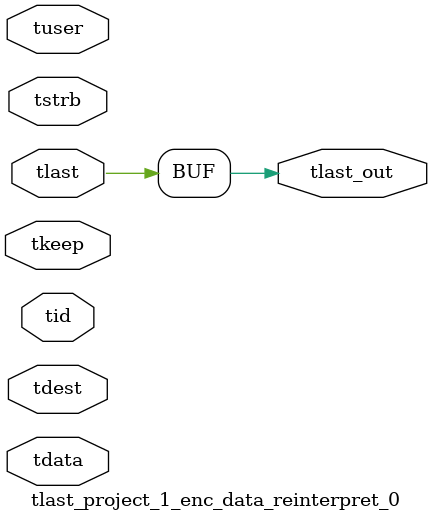
<source format=v>


`timescale 1ps/1ps

module tlast_project_1_enc_data_reinterpret_0 #
(
parameter C_S_AXIS_TID_WIDTH   = 1,
parameter C_S_AXIS_TUSER_WIDTH = 0,
parameter C_S_AXIS_TDATA_WIDTH = 0,
parameter C_S_AXIS_TDEST_WIDTH = 0
)
(
input  [(C_S_AXIS_TID_WIDTH   == 0 ? 1 : C_S_AXIS_TID_WIDTH)-1:0       ] tid,
input  [(C_S_AXIS_TDATA_WIDTH == 0 ? 1 : C_S_AXIS_TDATA_WIDTH)-1:0     ] tdata,
input  [(C_S_AXIS_TUSER_WIDTH == 0 ? 1 : C_S_AXIS_TUSER_WIDTH)-1:0     ] tuser,
input  [(C_S_AXIS_TDEST_WIDTH == 0 ? 1 : C_S_AXIS_TDEST_WIDTH)-1:0     ] tdest,
input  [(C_S_AXIS_TDATA_WIDTH/8)-1:0 ] tkeep,
input  [(C_S_AXIS_TDATA_WIDTH/8)-1:0 ] tstrb,
input  [0:0]                                                             tlast,
output                                                                   tlast_out
);

assign tlast_out = {tlast};

endmodule


</source>
